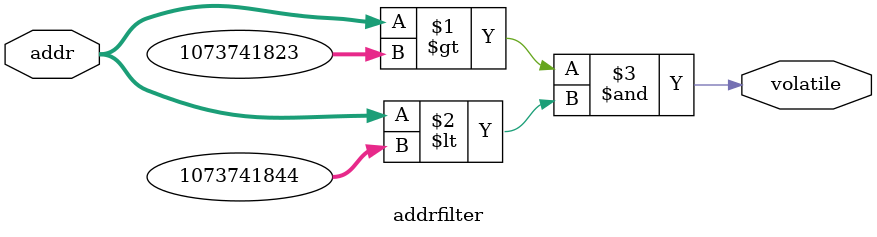
<source format=sv>
`ifndef UNCAHCE
`define UNCAHCE
module addrfilter(
    input [31:0] addr,
    output logic volatile
);

assign volatile = ((addr > 32'h3fffffff) & (addr < 32'h40000014));

endmodule

`endif

</source>
